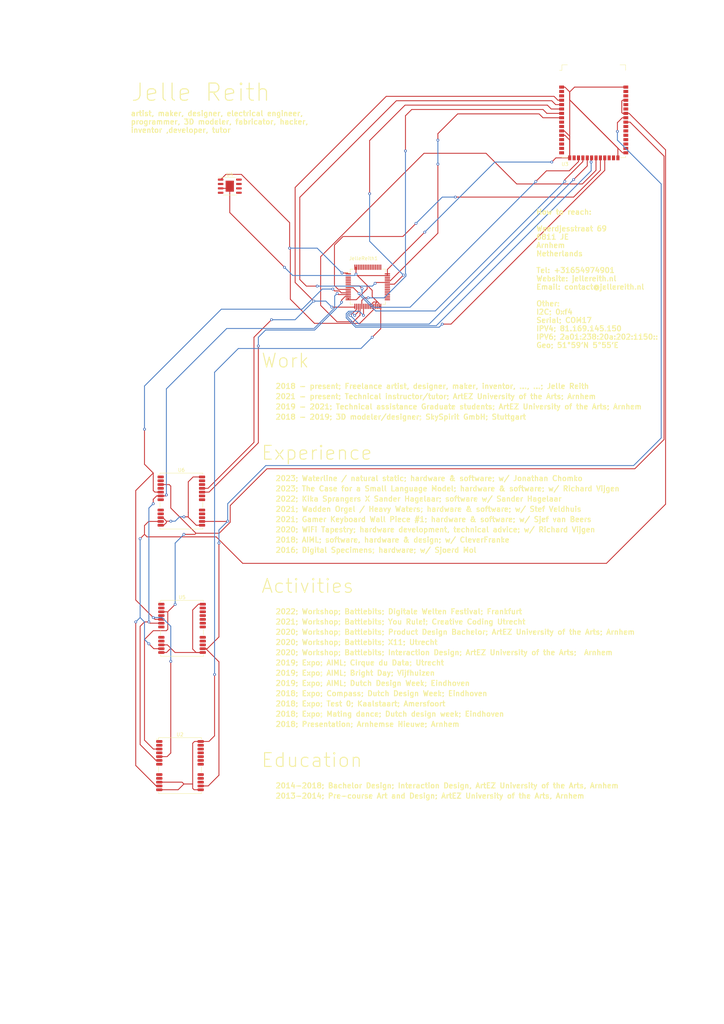
<source format=kicad_pcb>
(kicad_pcb (version 20221018) (generator pcbnew)
  (title_block (title "Curriculum Vitae") (date "2024-04-03") (rev "1") (company "Jelle Reith"))
  (layers (0 "F.Cu" signal) (31 "B.Cu" signal) (34 "B.Paste" user) (35 "F.Paste" user) (36 "B.SilkS" user "B.Silkscreen") (37 "F.SilkS" user "F.Silkscreen") (38 "B.Mask" user) (39 "F.Mask" user) (44 "Edge.Cuts" user))
  (net 0 "")
  (net 71 "VCC")
  (net 72 "Net-(JelleReith1-PC0)")
  (net 73 "Net-(JelleReith1-PC1)")
  (net 74 "Net-(JelleReith1-PC2)")
  (net 75 "Net-(JelleReith1-PA0)")
  (net 76 "Net-(JelleReith1-PA1)")
  (net 77 "Net-(JelleReith1-PA2)")
  (net 78 "GND")
  (net 79 "Net-(JelleReith1-PA3)")
  (net 80 "Net-(JelleReith1-PA4)")
  (net 81 "Net-(JelleReith1-PA5)")
  (net 82 "Net-(JelleReith1-PA6)")
  (net 83 "Net-(JelleReith1-PA7)")
  (net 84 "Net-(JelleReith1-PC4)")
  (net 85 "Net-(JelleReith1-PB0)")
  (net 86 "Net-(JelleReith1-PB1)")
  (net 87 "Net-(JelleReith1-PA8)")
  (net 88 "Net-(JelleReith1-PA9)")
  (net 89 "Net-(JelleReith1-PA10)")
  (net 90 "Net-(JelleReith1-PA12)")
  (net 91 "Net-(JelleReith1-PA13)")
  (net 92 "Net-(JelleReith1-PA14)")
  (net 93 "Net-(JelleReith1-PA15)")
  (net 94 "Net-(U2-TIMEPULSE)")
  (net 95 "Net-(U2-RF_IN)")
  (net 96 "Net-(U2-LNA_EN)")
  (net 97 "EN")
  (net 98 "VIN")
  (net 105 "Net-(U5-GND-Pad10)")
  (net 119 "Net-(U6-GND-Pad10)")
  (footprint "Package_QFP:LQFP-64_10x10mm_P0.5mm" (layer "F.Cu") (at 106.68 83.16)
    (fp_text reference "JelleReith1")
    (fp_text value "STM32G491RETx")
  )
  (footprint "RF_GPS:ublox_NEO" (layer "F.Cu") (at 52.8 182.2)
    (fp_text reference "U5")
    (fp_text value "NEO-M8N")
  )
  (footprint "RF_GPS:ublox_NEO" (layer "F.Cu") (at 52.2 222)
    (fp_text reference "U2")
    (fp_text value "NEO-M8N")
  )
  (footprint "RF_GPS:ublox_NEO" (layer "F.Cu") (at 52.6 145.3)
    (fp_text reference "U6")
    (fp_text value "NEO-M8N")
  )
  (footprint "Package_SO:HTSOP-8-1EP_3.9x4.9mm_P1.27mm_EP2.4x3.2mm" (layer "F.Cu") (at 66.64 53.985)
    (fp_text reference "U4")
    (fp_text value "BD90FC0WEFJ")
  )
  (footprint "RF_WiFi:USR-C322" (layer "F.Cu") (at 172.2 35.64)
    (fp_text reference "U3")
    (fp_text value "USR-C322")
  )
  (gr_text "2018; Expo; Test 0; Kaalstaart; Amersfoort" (at 79.8 204.93) (layer "F.SilkS") (effects (font (size 1.5 1.5) (thickness 0.3) bold) (justify left bottom)))
  (gr_text "2020; WiFi Tapestry; hardware development, technical advice; w/ Richard Vijgen\n" (at 79.8 154.44) (layer "F.SilkS") (effects (font (size 1.5 1.5) (thickness 0.3) bold) (justify left bottom)))
  (gr_text "2020; Workshop; Battlebits; Product Design Bachelor; ArtEZ University of the Arts; Arnhem" (at 79.8 184.14) (layer "F.SilkS") (effects (font (size 1.5 1.5) (thickness 0.3) bold) (justify left bottom)))
  (gr_text "2021; Workshop; Battlebits; You Rule!; Creative Coding Utrecht" (at 79.8 181.17) (layer "F.SilkS") (effects (font (size 1.5 1.5) (thickness 0.3) bold) (justify left bottom)))
  (gr_text "Work\n" (at 75.6 106.92) (layer "F.SilkS") (effects (font (size 4 4) (thickness 0.3)) (justify left bottom)))
  (gr_text "How to reach:\n\nWeerdjesstraat 69\n6811 JE\nArnhem\nNetherlands\n\nTel: +31654974901\nWebsite: jellereith.nl\nEmail: contact@jellereith.nl\n\nOther:\nI2C; 0xf4\nSerial; COM17\nIPV4; 81.169.145.150\nIPV6; 2a01:238:20a:202:1150::\nGeo; 51°59′N 5°55′E\n" (at 155.4 100.98) (layer "F.SilkS") (effects (font (size 1.5 1.5) (thickness 0.3) bold) (justify left bottom)))
  (gr_text "2018; AIML; software, hardware & design; w/ CleverFranke" (at 79.8 157.41) (layer "F.SilkS") (effects (font (size 1.5 1.5) (thickness 0.3) bold) (justify left bottom)))
  (gr_text "2019; Expo; AIML; Cirque du Data; Utrecht" (at 79.8 193.05) (layer "F.SilkS") (effects (font (size 1.5 1.5) (thickness 0.3) bold) (justify left bottom)))
  (gr_text "2020; Workshop; Battlebits; X11; Utrecht" (at 79.8 187.11) (layer "F.SilkS") (effects (font (size 1.5 1.5) (thickness 0.3) bold) (justify left bottom)))
  (gr_text "2021 - present; Technical instructor/tutor; ArtEZ University of the Arts; Arnhem\n" (at 79.8 115.83) (layer "F.SilkS") (effects (font (size 1.5 1.5) (thickness 0.3) bold) (justify left bottom)))
  (gr_text "artist, maker, designer, electrical engineer, \nprogrammer, 3D modeler, fabricator, hacker,\ninventor ,developer, tutor" (at 37.8 38.61) (layer "F.SilkS") (effects (font (size 1.5 1.5) (thickness 0.3) bold) (justify left bottom)))
  (gr_text "2018; Expo; Compass; Dutch Design Week; Eindhoven" (at 79.8 201.96) (layer "F.SilkS") (effects (font (size 1.5 1.5) (thickness 0.3) bold) (justify left bottom)))
  (gr_text "2022; Kika Sprangers X Sander Hagelaar; software w/ Sander Hagelaar" (at 79.8 145.53) (layer "F.SilkS") (effects (font (size 1.5 1.5) (thickness 0.3) bold) (justify left bottom)))
  (gr_text "2022; Workshop; Battlebits; Digitale Welten Festival; Frankfurt" (at 79.8 178.2) (layer "F.SilkS") (effects (font (size 1.5 1.5) (thickness 0.3) bold) (justify left bottom)))
  (gr_text "2013-2014; Pre-course Art and Design; ArtEZ University of the Arts, Arnhem\n" (at 79.8 231.66) (layer "F.SilkS") (effects (font (size 1.5 1.5) (thickness 0.3) bold) (justify left bottom)))
  (gr_text "2014-2018; Bachelor Design; Interaction Design, ArtEZ University of the Arts, Arnhem\n" (at 79.8 228.69) (layer "F.SilkS") (effects (font (size 1.5 1.5) (thickness 0.3) bold) (justify left bottom)))
  (gr_text "Jelle Reith" (at 37.8 29.7) (layer "F.SilkS") (effects (font (size 5 5) (thickness 0.3)) (justify left bottom)))
  (gr_text "2016; Digital Specimens; hardware; w/ Sjoerd Mol" (at 79.8 160.38) (layer "F.SilkS") (effects (font (size 1.5 1.5) (thickness 0.3) bold) (justify left bottom)))
  (gr_text "2018 - present; Freelance artist, designer, maker, inventor, ..., ...; Jelle Reith" (at 79.8 112.86) (layer "F.SilkS") (effects (font (size 1.5 1.5) (thickness 0.3) bold) (justify left bottom)))
  (gr_text "2019 - 2021; Technical assistance Graduate students; ArtEZ University of the Arts; Arnhem\n" (at 79.8 118.8) (layer "F.SilkS") (effects (font (size 1.5 1.5) (thickness 0.3) bold) (justify left bottom)))
  (gr_text "2018; Expo; Mating dance; Dutch design week; Eindhoven\n" (at 79.8 207.9) (layer "F.SilkS") (effects (font (size 1.5 1.5) (thickness 0.3) bold) (justify left bottom)))
  (gr_text "2023; The Case for a Small Language Model; hardware & software; w/ Richard Vijgen" (at 79.8 142.56) (layer "F.SilkS") (effects (font (size 1.5 1.5) (thickness 0.3) bold) (justify left bottom)))
  (gr_text "2021; Wadden Orgel / Heavy Waters; hardware & software; w/ Stef Veldhuis" (at 79.8 148.5) (layer "F.SilkS") (effects (font (size 1.5 1.5) (thickness 0.3) bold) (justify left bottom)))
  (gr_text "2019; Expo; AIML; Dutch Design Week; Eindhoven" (at 79.8 198.99) (layer "F.SilkS") (effects (font (size 1.5 1.5) (thickness 0.3) bold) (justify left bottom)))
  (gr_text "2021; Gamer Keyboard Wall Piece #1; hardware & software; w/ Sjef van Beers" (at 79.8 151.47) (layer "F.SilkS") (effects (font (size 1.5 1.5) (thickness 0.3) bold) (justify left bottom)))
  (gr_text "2023; Waterline / natural static; hardware & software; w/ Jonathan Chomko" (at 79.8 139.59) (layer "F.SilkS") (effects (font (size 1.5 1.5) (thickness 0.3) bold) (justify left bottom)))
  (gr_text "2018; Presentation; Arnhemse Nieuwe; Arnhem" (at 79.8 210.87) (layer "F.SilkS") (effects (font (size 1.5 1.5) (thickness 0.3) bold) (justify left bottom)))
  (gr_text "Experience" (at 75.6 133.65) (layer "F.SilkS") (effects (font (size 4 4) (thickness 0.3)) (justify left bottom)))
  (gr_text "Education" (at 75.6 222.75) (layer "F.SilkS") (effects (font (size 4 4) (thickness 0.3)) (justify left bottom)))
  (gr_text "2020; Workshop; Battlebits; Interaction Design; ArtEZ University of the Arts;  Arnhem" (at 79.8 190.08) (layer "F.SilkS") (effects (font (size 1.5 1.5) (thickness 0.3) bold) (justify left bottom)))
  (gr_text "2018 - 2019; 3D modeler/designer; SkySpirit GmbH; Stuttgart\n" (at 79.8 121.77) (layer "F.SilkS") (effects (font (size 1.5 1.5) (thickness 0.3) bold) (justify left bottom)))
  (gr_text "2019; Expo; AIML; Bright Day; Vijfhuizen" (at 79.8 196.02) (layer "F.SilkS") (effects (font (size 1.5 1.5) (thickness 0.3) bold) (justify left bottom)))
  (gr_text "Activities" (at 75.6 172.26) (layer "F.SilkS") (effects (font (size 4 4) (thickness 0.3)) (justify left bottom)))
  (segment (start 70 50.56) (end 84 64.56) (width 0.25) (layer "F.Cu") (net 71))
  (segment (start 84.2 72.16) (end 84 71.96) (width 0.25) (layer "F.Cu") (net 71))
  (segment (start 104.347764 93.76) (end 91.2 93.76) (width 0.25) (layer "F.Cu") (net 71))
  (segment (start 84.2 86.76) (end 84.2 72.16) (width 0.25) (layer "F.Cu") (net 71))
  (segment (start 99.2 79.16) (end 100.755 79.16) (width 0.25) (layer "F.Cu") (net 71))
  (segment (start 84 64.56) (end 84 71.96) (width 0.25) (layer "F.Cu") (net 71))
  (segment (start 65.51 50.56) (end 70 50.56) (width 0.25) (layer "F.Cu") (net 71))
  (segment (start 100.755 79.16) (end 101.005 79.41) (width 0.25) (layer "F.Cu") (net 71))
  (segment (start 108.43 88.835) (end 108.43 89.677764) (width 0.25) (layer "F.Cu") (net 71))
  (segment (start 91.2 93.76) (end 84.2 86.76) (width 0.25) (layer "F.Cu") (net 71))
  (segment (start 63.99 52.08) (end 65.51 50.56) (width 0.25) (layer "F.Cu") (net 71))
  (segment (start 108.43 89.677764) (end 104.347764 93.76) (width 0.25) (layer "F.Cu") (net 71))
  (via (at 99.2 79.16) (size 0.8) (drill 0.4) (layers "F.Cu" "B.Cu") (net 71))
  (via (at 84 71.96) (size 0.8) (drill 0.4) (layers "F.Cu" "B.Cu") (net 71))
  (segment (start 92 71.96) (end 99.2 79.16) (width 0.25) (layer "B.Cu") (net 71))
  (segment (start 84 71.96) (end 92 71.96) (width 0.25) (layer "B.Cu") (net 71))
  (segment (start 167.78 45.775) (end 167.78 46.85) (width 0.25) (layer "F.Cu") (net 72))
  (segment (start 105 83.6845) (end 104.2255 82.91) (width 0.25) (layer "F.Cu") (net 72))
  (segment (start 158.4855 49.53) (end 155.4 52.6155) (width 0.25) (layer "F.Cu") (net 72))
  (segment (start 104.2255 82.91) (end 101.005 82.91) (width 0.25) (layer "F.Cu") (net 72))
  (segment (start 165.1 49.53) (end 158.4855 49.53) (width 0.25) (layer "F.Cu") (net 72))
  (segment (start 167.78 46.85) (end 165.1 49.53) (width 0.25) (layer "F.Cu") (net 72))
  (via (at 155.4 52.6155) (size 0.8) (drill 0.4) (layers "F.Cu" "B.Cu") (net 72))
  (via (at 105 83.6845) (size 0.8) (drill 0.4) (layers "F.Cu" "B.Cu") (net 72))
  (segment (start 155.4 52.6155) (end 118.9155 89.1) (width 0.25) (layer "B.Cu") (net 72))
  (segment (start 118.9155 89.1) (end 108.514695 89.1) (width 0.25) (layer "B.Cu") (net 72))
  (segment (start 108.514695 89.1) (end 105 85.585305) (width 0.25) (layer "B.Cu") (net 72))
  (segment (start 105 85.585305) (end 105 83.6845) (width 0.25) (layer "B.Cu") (net 72))
  (segment (start 163.8 52.1) (end 163.8 52.6155) (width 0.25) (layer "F.Cu") (net 73))
  (segment (start 169.05 46.85) (end 163.8 52.1) (width 0.25) (layer "F.Cu") (net 73))
  (segment (start 104.14 85.09) (end 102.46 83.41) (width 0.25) (layer "F.Cu") (net 73))
  (segment (start 169.05 45.775) (end 169.05 46.85) (width 0.25) (layer "F.Cu") (net 73))
  (segment (start 102.46 83.41) (end 101.005 83.41) (width 0.25) (layer "F.Cu") (net 73))
  (via (at 163.8 52.6155) (size 0.8) (drill 0.4) (layers "F.Cu" "B.Cu") (net 73))
  (via (at 104.14 85.09) (size 0.8) (drill 0.4) (layers "F.Cu" "B.Cu") (net 73))
  (segment (start 126.2455 90.17) (end 109.22 90.17) (width 0.25) (layer "B.Cu") (net 73))
  (segment (start 104.14 85.361701) (end 104.14 85.09) (width 0.25) (layer "B.Cu") (net 73))
  (segment (start 108.948299 90.17) (end 104.14 85.361701) (width 0.25) (layer "B.Cu") (net 73))
  (segment (start 163.8 52.6155) (end 126.2455 90.17) (width 0.25) (layer "B.Cu") (net 73))
  (segment (start 109.22 90.17) (end 108.948299 90.17) (width 0.25) (layer "B.Cu") (net 73))
  (segment (start 116.84 68.58) (end 99.48 68.58) (width 0.25) (layer "F.Cu") (net 74))
  (segment (start 174.13 49.39) (end 166.37 57.15) (width 0.25) (layer "F.Cu") (net 74))
  (segment (start 174.13 45.775) (end 174.13 49.39) (width 0.25) (layer "F.Cu") (net 74))
  (segment (start 97 71.06) (end 97 82.81) (width 0.25) (layer "F.Cu") (net 74))
  (segment (start 98.1 83.91) (end 101.005 83.91) (width 0.25) (layer "F.Cu") (net 74))
  (segment (start 97 82.81) (end 98.1 83.91) (width 0.25) (layer "F.Cu") (net 74))
  (segment (start 99.48 68.58) (end 97 71.06) (width 0.25) (layer "F.Cu") (net 74))
  (segment (start 166.37 57.15) (end 132.08 57.15) (width 0.25) (layer "F.Cu") (net 74))
  (segment (start 120.65 64.77) (end 116.84 68.58) (width 0.25) (layer "F.Cu") (net 74))
  (via (at 120.65 64.77) (size 0.8) (drill 0.4) (layers "F.Cu" "B.Cu") (net 74))
  (via (at 132.08 57.15) (size 0.8) (drill 0.4) (layers "F.Cu" "B.Cu") (net 74))
  (segment (start 128.27 57.15) (end 120.65 64.77) (width 0.25) (layer "B.Cu") (net 74))
  (segment (start 132.08 57.15) (end 128.27 57.15) (width 0.25) (layer "B.Cu") (net 74))
  (segment (start 46.2 219.4) (end 48.47 219.4) (width 0.25) (layer "F.Cu") (net 75))
  (segment (start 48.47 219.4) (end 49.53 218.34) (width 0.25) (layer "F.Cu") (net 75))
  (segment (start 44.45 179.07) (end 44.98 179.6) (width 0.25) (layer "F.Cu") (net 75))
  (segment (start 41.91 134.62) (end 41.91 124.46) (width 0.25) (layer "F.Cu") (net 75))
  (segment (start 44.98 179.6) (end 46.8 179.6) (width 0.25) (layer "F.Cu") (net 75))
  (segment (start 46.6 142.7) (end 44.91 142.7) (width 0.25) (layer "F.Cu") (net 75))
  (segment (start 44.45 137.16) (end 41.91 134.62) (width 0.25) (layer "F.Cu") (net 75))
  (segment (start 39.37 173.99) (end 44.98 179.6) (width 0.25) (layer "F.Cu") (net 75))
  (segment (start 97.065 84.365) (end 98.465 84.365) (width 0.25) (layer "F.Cu") (net 75))
  (segment (start 44.45 137.16) (end 39.37 142.24) (width 0.25) (layer "F.Cu") (net 75))
  (segment (start 99.01 84.91) (end 101.005 84.91) (width 0.25) (layer "F.Cu") (net 75))
  (segment (start 96.52 83.82) (end 97.065 84.365) (width 0.25) (layer "F.Cu") (net 75))
  (segment (start 44.45 142.24) (end 44.45 137.16) (width 0.25) (layer "F.Cu") (net 75))
  (segment (start 98.465 84.365) (end 99.01 84.91) (width 0.25) (layer "F.Cu") (net 75))
  (segment (start 49.53 218.34) (end 49.53 191.77) (width 0.25) (layer "F.Cu") (net 75))
  (segment (start 39.37 142.24) (end 39.37 173.99) (width 0.25) (layer "F.Cu") (net 75))
  (segment (start 44.91 142.7) (end 44.45 142.24) (width 0.25) (layer "F.Cu") (net 75))
  (via (at 49.53 191.77) (size 0.8) (drill 0.4) (layers "F.Cu" "B.Cu") (net 75))
  (via (at 96.52 83.82) (size 0.8) (drill 0.4) (layers "F.Cu" "B.Cu") (net 75))
  (via (at 44.45 179.07) (size 0.8) (drill 0.4) (layers "F.Cu" "B.Cu") (net 75))
  (via (at 41.91 124.46) (size 0.8) (drill 0.4) (layers "F.Cu" "B.Cu") (net 75))
  (segment (start 93.464695 83.82) (end 96.52 83.82) (width 0.25) (layer "B.Cu") (net 75))
  (segment (start 44.45 179.07) (end 46.99 179.07) (width 0.25) (layer "B.Cu") (net 75))
  (segment (start 87.63 89.654695) (end 93.464695 83.82) (width 0.25) (layer "B.Cu") (net 75))
  (segment (start 41.91 124.46) (end 41.91 111.93) (width 0.25) (layer "B.Cu") (net 75))
  (segment (start 46.99 179.07) (end 49.53 181.61) (width 0.25) (layer "B.Cu") (net 75))
  (segment (start 64.185305 89.654695) (end 87.63 89.654695) (width 0.25) (layer "B.Cu") (net 75))
  (segment (start 41.91 111.93) (end 64.185305 89.654695) (width 0.25) (layer "B.Cu") (net 75))
  (segment (start 49.53 181.61) (end 49.53 191.77) (width 0.25) (layer "B.Cu") (net 75))
  (segment (start 43.54 180.7) (end 46.8 180.7) (width 0.25) (layer "F.Cu") (net 76))
  (segment (start 41.91 180.34) (end 43.18 180.34) (width 0.25) (layer "F.Cu") (net 76))
  (segment (start 98.11 85.41) (end 101.005 85.41) (width 0.25) (layer "F.Cu") (net 76))
  (segment (start 97.79 85.09) (end 98.11 85.41) (width 0.25) (layer "F.Cu") (net 76))
  (segment (start 40.64 215.9) (end 40.64 181.61) (width 0.25) (layer "F.Cu") (net 76))
  (segment (start 44.45 144.78) (end 44.45 146.05) (width 0.25) (layer "F.Cu") (net 76))
  (segment (start 46.6 143.8) (end 47.97 143.8) (width 0.25) (layer "F.Cu") (net 76))
  (segment (start 47.97 143.8) (end 48.26 143.51) (width 0.25) (layer "F.Cu") (net 76))
  (segment (start 46.2 220.5) (end 45.24 220.5) (width 0.25) (layer "F.Cu") (net 76))
  (segment (start 43.18 180.34) (end 43.54 180.7) (width 0.25) (layer "F.Cu") (net 76))
  (segment (start 45.24 220.5) (end 40.64 215.9) (width 0.25) (layer "F.Cu") (net 76))
  (segment (start 46.6 143.8) (end 45.43 143.8) (width 0.25) (layer "F.Cu") (net 76))
  (segment (start 40.64 181.61) (end 41.91 180.34) (width 0.25) (layer "F.Cu") (net 76))
  (segment (start 45.43 143.8) (end 44.45 144.78) (width 0.25) (layer "F.Cu") (net 76))
  (via (at 48.26 143.51) (size 0.8) (drill 0.4) (layers "F.Cu" "B.Cu") (net 76))
  (via (at 43.18 180.34) (size 0.8) (drill 0.4) (layers "F.Cu" "B.Cu") (net 76))
  (via (at 97.79 85.09) (size 0.8) (drill 0.4) (layers "F.Cu" "B.Cu") (net 76))
  (via (at 44.45 146.05) (size 0.8) (drill 0.4) (layers "F.Cu" "B.Cu") (net 76))
  (segment (start 43.18 147.32) (end 44.45 146.05) (width 0.25) (layer "B.Cu") (net 76))
  (segment (start 91.085305 95.25) (end 97.065 89.270305) (width 0.25) (layer "B.Cu") (net 76))
  (segment (start 97.065 85.815) (end 97.79 85.09) (width 0.25) (layer "B.Cu") (net 76))
  (segment (start 65.76 95.25) (end 91.085305 95.25) (width 0.25) (layer "B.Cu") (net 76))
  (segment (start 48.26 143.51) (end 48.26 112.75) (width 0.25) (layer "B.Cu") (net 76))
  (segment (start 48.26 112.75) (end 65.76 95.25) (width 0.25) (layer "B.Cu") (net 76))
  (segment (start 43.18 180.34) (end 43.18 147.32) (width 0.25) (layer "B.Cu") (net 76))
  (segment (start 97.065 89.270305) (end 97.065 85.815) (width 0.25) (layer "B.Cu") (net 76))
  (segment (start 74.93 128.405) (end 60.635 142.7) (width 0.25) (layer "F.Cu") (net 77))
  (segment (start 99.06 87.012236) (end 100.162236 85.91) (width 0.25) (layer "F.Cu") (net 77))
  (segment (start 99.06 87.63) (end 99.06 87.012236) (width 0.25) (layer "F.Cu") (net 77))
  (segment (start 60.635 142.7) (end 58.6 142.7) (width 0.25) (layer "F.Cu") (net 77))
  (segment (start 100.162236 85.91) (end 101.005 85.91) (width 0.25) (layer "F.Cu") (net 77))
  (segment (start 74.93 100.33) (end 74.93 128.405) (width 0.25) (layer "F.Cu") (net 77))
  (via (at 99.06 87.63) (size 0.8) (drill 0.4) (layers "F.Cu" "B.Cu") (net 77))
  (via (at 74.93 100.33) (size 0.8) (drill 0.4) (layers "F.Cu" "B.Cu") (net 77))
  (segment (start 77.02 95.7) (end 74.93 97.79) (width 0.25) (layer "B.Cu") (net 77))
  (segment (start 74.93 97.79) (end 74.93 100.33) (width 0.25) (layer "B.Cu") (net 77))
  (segment (start 99.06 87.63) (end 99.06 87.911701) (width 0.25) (layer "B.Cu") (net 77))
  (segment (start 91.271701 95.7) (end 77.02 95.7) (width 0.25) (layer "B.Cu") (net 77))
  (segment (start 99.06 87.911701) (end 91.271701 95.7) (width 0.25) (layer "B.Cu") (net 77))
  (segment (start 109.5 87.56) (end 107.95 86.01) (width 0.25) (layer "F.Cu") (net 78))
  (segment (start 181.51 25.255) (end 166.64 25.255) (width 0.25) (layer "F.Cu") (net 78))
  (segment (start 102.93 77.485) (end 103.43 77.485) (width 0.25) (layer "F.Cu") (net 78))
  (segment (start 163.84 25.255) (end 165.24 26.655) (width 0.25) (layer "F.Cu") (net 78))
  (segment (start 101.005 86.91) (end 101.005 86.41) (width 0.25) (layer "F.Cu") (net 78))
  (segment (start 108.93 88.835) (end 108.93 87.992236) (width 0.25) (layer "F.Cu") (net 78))
  (segment (start 56.28 229) (end 58.2 229) (width 0.25) (layer "F.Cu") (net 78))
  (segment (start 107.95 97.79) (end 110.425 95.315) (width 0.25) (layer "F.Cu") (net 78))
  (segment (start 179.21 45.775) (end 179.21 42.955) (width 0.25) (layer "F.Cu") (net 78))
  (segment (start 55.88 215.525) (end 55.88 227.33) (width 0.25) (layer "F.Cu") (net 78))
  (segment (start 108.93 87.992236) (end 109.362236 87.56) (width 0.25) (layer "F.Cu") (net 78))
  (segment (start 165.24 45.775) (end 165.24 40.625) (width 0.25) (layer "F.Cu") (net 78))
  (segment (start 166.64 25.255) (end 165.24 26.655) (width 0.25) (layer "F.Cu") (net 78))
  (segment (start 53.34 227.33) (end 55.88 227.33) (width 0.25) (layer "F.Cu") (net 78))
  (segment (start 62.23 213.36) (end 62.23 195.58) (width 0.25) (layer "F.Cu") (net 78))
  (segment (start 107.95 84.2) (end 106.49 82.74) (width 0.25) (layer "F.Cu") (net 78))
  (segment (start 160.02 46.99) (end 161.235 45.775) (width 0.25) (layer "F.Cu") (net 78))
  (segment (start 165.24 26.655) (end 165.24 39.51) (width 0.25) (layer "F.Cu") (net 78))
  (segment (start 108.362236 87.56) (end 109.362236 87.56) (width 0.25) (layer "F.Cu") (net 78))
  (segment (start 46.2 226.8) (end 52.81 226.8) (width 0.25) (layer "F.Cu") (net 78))
  (segment (start 63.99 54.62) (end 66.005 54.62) (width 0.25) (layer "F.Cu") (net 78))
  (segment (start 106.49 83.765305) (end 106.49 82.74) (width 0.25) (layer "F.Cu") (net 78))
  (segment (start 103.25 77.665) (end 103.43 77.485) (width 0.25) (layer "F.Cu") (net 78))
  (segment (start 109.93 87.99) (end 109.93 88.835) (width 0.25) (layer "F.Cu") (net 78))
  (segment (start 106.49 82.74) (end 103.25 79.5) (width 0.25) (layer "F.Cu") (net 78))
  (segment (start 103.345305 86.91) (end 106.49 83.765305) (width 0.25) (layer "F.Cu") (net 78))
  (segment (start 110.425 88.835) (end 109.93 88.835) (width 0.25) (layer "F.Cu") (net 78))
  (segment (start 66.64 61.64) (end 82.5 77.5) (width 0.25) (layer "F.Cu") (net 78))
  (segment (start 109.362236 87.56) (end 109.5 87.56) (width 0.25) (layer "F.Cu") (net 78))
  (segment (start 66.64 53.985) (end 66.64 61.64) (width 0.25) (layer "F.Cu") (net 78))
  (segment (start 66.005 54.62) (end 66.64 53.985) (width 0.25) (layer "F.Cu") (net 78))
  (segment (start 52.81 226.8) (end 53.34 227.33) (width 0.25) (layer "F.Cu") (net 78))
  (segment (start 107.93 88.835) (end 107.93 87.992236) (width 0.25) (layer "F.Cu") (net 78))
  (segment (start 165.24 45.775) (end 165.24 39.51) (width 0.25) (layer "F.Cu") (net 78))
  (segment (start 103.25 79.5) (end 103.66 79.91) (width 0.25) (layer "F.Cu") (net 78))
  (segment (start 163.84 39.225) (end 162.89 39.225) (width 0.25) (layer "F.Cu") (net 78))
  (segment (start 165.24 39.51) (end 163.685 37.955) (width 0.25) (layer "F.Cu") (net 78))
  (segment (start 165.24 40.625) (end 163.84 39.225) (width 0.25) (layer "F.Cu") (net 78))
  (segment (start 46.2 229) (end 51.67 229) (width 0.25) (layer "F.Cu") (net 78))
  (segment (start 58.2 215) (end 60.59 215) (width 0.25) (layer "F.Cu") (net 78))
  (segment (start 162.89 25.255) (end 163.84 25.255) (width 0.25) (layer "F.Cu") (net 78))
  (segment (start 112.355 79.41) (end 112.355 79.91) (width 0.25) (layer "F.Cu") (net 78))
  (segment (start 55.88 228.6) (end 56.28 229) (width 0.25) (layer "F.Cu") (net 78))
  (segment (start 58.2 215) (end 56.405 215) (width 0.25) (layer "F.Cu") (net 78))
  (segment (start 179.21 42.955) (end 165.24 28.985) (width 0.25) (layer "F.Cu") (net 78))
  (segment (start 112.355 78.145) (end 112.355 79.91) (width 0.25) (layer "F.Cu") (net 78))
  (segment (start 101.005 86.91) (end 103.345305 86.91) (width 0.25) (layer "F.Cu") (net 78))
  (segment (start 109.5 87.56) (end 109.93 87.99) (width 0.25) (layer "F.Cu") (net 78))
  (segment (start 51.67 229) (end 53.34 227.33) (width 0.25) (layer "F.Cu") (net 78))
  (segment (start 56.405 215) (end 55.88 215.525) (width 0.25) (layer "F.Cu") (net 78))
  (segment (start 55.88 227.33) (end 55.88 228.6) (width 0.25) (layer "F.Cu") (net 78))
  (segment (start 181.51 44.305) (end 180.56 44.305) (width 0.25) (layer "F.Cu") (net 78))
  (segment (start 123.19 67.31) (end 112.355 78.145) (width 0.25) (layer "F.Cu") (net 78))
  (segment (start 103.25 79.5) (end 103.25 77.665) (width 0.25) (layer "F.Cu") (net 78))
  (segment (start 107.93 87.992236) (end 108.362236 87.56) (width 0.25) (layer "F.Cu") (net 78))
  (segment (start 103.66 79.91) (end 112.355 79.91) (width 0.25) (layer "F.Cu") (net 78))
  (segment (start 110.425 95.315) (end 110.425 88.835) (width 0.25) (layer "F.Cu") (net 78))
  (segment (start 60.59 215) (end 62.23 213.36) (width 0.25) (layer "F.Cu") (net 78))
  (segment (start 163.685 37.955) (end 162.89 37.955) (width 0.25) (layer "F.Cu") (net 78))
  (segment (start 107.95 86.01) (end 107.95 84.2) (width 0.25) (layer "F.Cu") (net 78))
  (segment (start 161.235 45.775) (end 165.24 45.775) (width 0.25) (layer "F.Cu") (net 78))
  (segment (start 180.56 44.305) (end 165.24 28.985) (width 0.25) (layer "F.Cu") (net 78))
  (segment (start 110.43 88.835) (end 110.425 88.835) (width 0.25) (layer "F.Cu") (net 78))
  (segment (start 165.24 28.985) (end 165.24 26.655) (width 0.25) (layer "F.Cu") (net 78))
  (via (at 123.19 67.31) (size 0.8) (drill 0.4) (layers "F.Cu" "B.Cu") (net 78))
  (via (at 160.02 46.99) (size 0.8) (drill 0.4) (layers "F.Cu" "B.Cu") (net 78))
  (via (at 82.5 77.5) (size 0.8) (drill 0.4) (layers "F.Cu" "B.Cu") (net 78))
  (via (at 107.95 97.79) (size 0.8) (drill 0.4) (layers "F.Cu" "B.Cu") (net 78))
  (via (at 103.25 79.5) (size 0.8) (drill 0.4) (layers "F.Cu" "B.Cu") (net 78))
  (via (at 62.23 195.58) (size 0.8) (drill 0.4) (layers "F.Cu" "B.Cu") (net 78))
  (segment (start 69.125 101.055) (end 104.685 101.055) (width 0.25) (layer "B.Cu") (net 78))
  (segment (start 62.23 195.58) (end 62.23 107.95) (width 0.25) (layer "B.Cu") (net 78))
  (segment (start 104.685 101.055) (end 107.95 97.79) (width 0.25) (layer "B.Cu") (net 78))
  (segment (start 123.19 67.31) (end 143.51 46.99) (width 0.25) (layer "B.Cu") (net 78))
  (segment (start 143.51 46.99) (end 160.02 46.99) (width 0.25) (layer "B.Cu") (net 78))
  (segment (start 84.885 79.885) (end 102.865 79.885) (width 0.25) (layer "B.Cu") (net 78))
  (segment (start 102.865 79.885) (end 103.25 79.5) (width 0.25) (layer "B.Cu") (net 78))
  (segment (start 82.5 77.5) (end 84.885 79.885) (width 0.25) (layer "B.Cu") (net 78))
  (segment (start 62.23 107.95) (end 69.125 101.055) (width 0.25) (layer "B.Cu") (net 78))
  (segment (start 112.02 27.94) (end 160.69 27.94) (width 0.25) (layer "F.Cu") (net 79))
  (segment (start 60.33 141.6) (end 58.6 141.6) (width 0.25) (layer "F.Cu") (net 79))
  (segment (start 78.74 92.71) (end 73.66 97.79) (width 0.25) (layer "F.Cu") (net 79))
  (segment (start 73.66 128.27) (end 60.33 141.6) (width 0.25) (layer "F.Cu") (net 79))
  (segment (start 85.6 54.36) (end 112.02 27.94) (width 0.25) (layer "F.Cu") (net 79))
  (segment (start 102.705 89.06) (end 102.93 88.835) (width 0.25) (layer "F.Cu") (net 79))
  (segment (start 96.25 89.06) (end 102.705 89.06) (width 0.25) (layer "F.Cu") (net 79))
  (segment (start 91 87.31) (end 85.6 81.91) (width 0.25) (layer "F.Cu") (net 79))
  (segment (start 160.69 27.94) (end 161.815 29.065) (width 0.25) (layer "F.Cu") (net 79))
  (segment (start 85.6 81.91) (end 85.6 54.36) (width 0.25) (layer "F.Cu") (net 79))
  (segment (start 161.815 29.065) (end 162.89 29.065) (width 0.25) (layer "F.Cu") (net 79))
  (segment (start 73.66 97.79) (end 73.66 128.27) (width 0.25) (layer "F.Cu") (net 79))
  (via (at 96.25 89.06) (size 0.8) (drill 0.4) (layers "F.Cu" "B.Cu") (net 79))
  (via (at 78.74 92.71) (size 0.8) (drill 0.4) (layers "F.Cu" "B.Cu") (net 79))
  (via (at 91 87.31) (size 0.8) (drill 0.4) (layers "F.Cu" "B.Cu") (net 79))
  (segment (start 78.74 92.71) (end 85.6 92.71) (width 0.25) (layer "B.Cu") (net 79))
  (segment (start 91 87.31) (end 94.5 87.31) (width 0.25) (layer "B.Cu") (net 79))
  (segment (start 94.5 87.31) (end 96.25 89.06) (width 0.25) (layer "B.Cu") (net 79))
  (segment (start 85.6 92.71) (end 91 87.31) (width 0.25) (layer "B.Cu") (net 79))
  (segment (start 101.667764 91.44) (end 103.43 89.677764) (width 0.25) (layer "F.Cu") (net 80))
  (segment (start 170.32 45.775) (end 170.32 48.12) (width 0.25) (layer "F.Cu") (net 80))
  (segment (start 103.43 89.677764) (end 103.43 88.835) (width 0.25) (layer "F.Cu") (net 80))
  (segment (start 101.6 91.44) (end 101.667764 91.44) (width 0.25) (layer "F.Cu") (net 80))
  (segment (start 170.32 48.12) (end 166.37 52.07) (width 0.25) (layer "F.Cu") (net 80))
  (via (at 101.6 91.44) (size 0.8) (drill 0.4) (layers "F.Cu" "B.Cu") (net 80))
  (via (at 166.37 52.07) (size 0.8) (drill 0.4) (layers "F.Cu" "B.Cu") (net 80))
  (segment (start 124.46 93.98) (end 104.14 93.98) (width 0.25) (layer "B.Cu") (net 80))
  (segment (start 104.14 93.98) (end 101.6 91.44) (width 0.25) (layer "B.Cu") (net 80))
  (segment (start 166.37 52.07) (end 124.46 93.98) (width 0.25) (layer "B.Cu") (net 80))
  (segment (start 171.45 46.99) (end 171.45 45.915) (width 0.25) (layer "F.Cu") (net 81))
  (segment (start 103.93 88.835) (end 103.93 90.38) (width 0.25) (layer "F.Cu") (net 81))
  (segment (start 103.93 90.38) (end 102.87 91.44) (width 0.25) (layer "F.Cu") (net 81))
  (segment (start 171.45 45.915) (end 171.59 45.775) (width 0.25) (layer "F.Cu") (net 81))
  (via (at 102.87 91.44) (size 0.8) (drill 0.4) (layers "F.Cu" "B.Cu") (net 81))
  (via (at 171.45 46.99) (size 0.8) (drill 0.4) (layers "F.Cu" "B.Cu") (net 81))
  (segment (start 100.875 91.985) (end 100.875 91.139695) (width 0.25) (layer "B.Cu") (net 81))
  (segment (start 171.45 46.99) (end 171.45 49.53) (width 0.25) (layer "B.Cu") (net 81))
  (segment (start 103.32 94.43) (end 100.875 91.985) (width 0.25) (layer "B.Cu") (net 81))
  (segment (start 171.45 49.53) (end 126.55 94.43) (width 0.25) (layer "B.Cu") (net 81))
  (segment (start 100.875 91.139695) (end 101.299695 90.715) (width 0.25) (layer "B.Cu") (net 81))
  (segment (start 101.299695 90.715) (end 102.145 90.715) (width 0.25) (layer "B.Cu") (net 81))
  (segment (start 126.55 94.43) (end 103.32 94.43) (width 0.25) (layer "B.Cu") (net 81))
  (segment (start 102.145 90.715) (end 102.87 91.44) (width 0.25) (layer "B.Cu") (net 81))
  (segment (start 93 88.56) (end 97.75 93.31) (width 0.25) (layer "F.Cu") (net 82))
  (segment (start 122.973604 44.45) (end 93 74.423604) (width 0.25) (layer "F.Cu") (net 82))
  (segment (start 140.97 44.45) (end 122.973604 44.45) (width 0.25) (layer "F.Cu") (net 82))
  (segment (start 168.91 53.34) (end 149.86 53.34) (width 0.25) (layer "F.Cu") (net 82))
  (segment (start 93 74.423604) (end 93 88.56) (width 0.25) (layer "F.Cu") (net 82))
  (segment (start 104.43 91.38) (end 104.43 88.835) (width 0.25) (layer "F.Cu") (net 82))
  (segment (start 172.86 49.39) (end 168.91 53.34) (width 0.25) (layer "F.Cu") (net 82))
  (segment (start 149.86 53.34) (end 140.97 44.45) (width 0.25) (layer "F.Cu") (net 82))
  (segment (start 97.75 93.31) (end 102.5 93.31) (width 0.25) (layer "F.Cu") (net 82))
  (segment (start 102.5 93.31) (end 104.43 91.38) (width 0.25) (layer "F.Cu") (net 82))
  (segment (start 172.86 45.775) (end 172.86 49.39) (width 0.25) (layer "F.Cu") (net 82))
  (segment (start 105.7 86.36) (end 104.93 87.13) (width 0.25) (layer "F.Cu") (net 83))
  (segment (start 119.41 31.75) (end 157.48 31.75) (width 0.25) (layer "F.Cu") (net 83))
  (segment (start 106.8 86.36) (end 105.7 86.36) (width 0.25) (layer "F.Cu") (net 83))
  (segment (start 117.6 33.56) (end 119.41 31.75) (width 0.25) (layer "F.Cu") (net 83))
  (segment (start 104.93 87.13) (end 104.93 88.835) (width 0.25) (layer "F.Cu") (net 83))
  (segment (start 157.48 31.75) (end 158.605 32.875) (width 0.25) (layer "F.Cu") (net 83))
  (segment (start 117.6 43.76) (end 117.6 33.56) (width 0.25) (layer "F.Cu") (net 83))
  (segment (start 158.605 32.875) (end 162.89 32.875) (width 0.25) (layer "F.Cu") (net 83))
  (via (at 117.6 43.76) (size 0.8) (drill 0.4) (layers "F.Cu" "B.Cu") (net 83))
  (via (at 106.8 86.36) (size 0.8) (drill 0.4) (layers "F.Cu" "B.Cu") (net 83))
  (segment (start 111.425305 86.36) (end 106.8 86.36) (width 0.25) (layer "B.Cu") (net 83))
  (segment (start 117.725 80.060305) (end 111.425305 86.36) (width 0.25) (layer "B.Cu") (net 83))
  (segment (start 117.725 79.459695) (end 117.725 80.060305) (width 0.25) (layer "B.Cu") (net 83))
  (segment (start 117.6 43.76) (end 117.6 79.334695) (width 0.25) (layer "B.Cu") (net 83))
  (segment (start 117.6 79.334695) (end 117.725 79.459695) (width 0.25) (layer "B.Cu") (net 83))
  (segment (start 175.4 49.39) (end 130.81 93.98) (width 0.25) (layer "F.Cu") (net 84))
  (segment (start 130.81 93.98) (end 128.27 93.98) (width 0.25) (layer "F.Cu") (net 84))
  (segment (start 175.4 45.775) (end 175.4 49.39) (width 0.25) (layer "F.Cu") (net 84))
  (segment (start 105.41 91.44) (end 105.43 91.42) (width 0.25) (layer "F.Cu") (net 84))
  (segment (start 105.43 91.42) (end 105.43 88.835) (width 0.25) (layer "F.Cu") (net 84))
  (via (at 105.41 91.44) (size 0.8) (drill 0.4) (layers "F.Cu" "B.Cu") (net 84))
  (via (at 128.27 93.98) (size 0.8) (drill 0.4) (layers "F.Cu" "B.Cu") (net 84))
  (segment (start 100.425 90.953299) (end 101.113299 90.265) (width 0.25) (layer "B.Cu") (net 84))
  (segment (start 127.37 94.88) (end 103.133604 94.88) (width 0.25) (layer "B.Cu") (net 84))
  (segment (start 100.425 92.171396) (end 100.425 90.953299) (width 0.25) (layer "B.Cu") (net 84))
  (segment (start 104.235 90.265) (end 105.41 91.44) (width 0.25) (layer "B.Cu") (net 84))
  (segment (start 101.113299 90.265) (end 104.235 90.265) (width 0.25) (layer "B.Cu") (net 84))
  (segment (start 103.133604 94.88) (end 100.425 92.171396) (width 0.25) (layer "B.Cu") (net 84))
  (segment (start 128.27 93.98) (end 127.37 94.88) (width 0.25) (layer "B.Cu") (net 84))
  (segment (start 117.48 30.48) (end 158.75 30.48) (width 0.25) (layer "F.Cu") (net 87))
  (segment (start 107.2 56.16) (end 107.2 40.76) (width 0.25) (layer "F.Cu") (net 87))
  (segment (start 159.875 31.605) (end 162.89 31.605) (width 0.25) (layer "F.Cu") (net 87))
  (segment (start 107.2 40.76) (end 117.48 30.48) (width 0.25) (layer "F.Cu") (net 87))
  (segment (start 114.35 82.41) (end 112.355 82.41) (width 0.25) (layer "F.Cu") (net 87))
  (segment (start 158.75 30.48) (end 159.875 31.605) (width 0.25) (layer "F.Cu") (net 87))
  (segment (start 117 79.76) (end 114.35 82.41) (width 0.25) (layer "F.Cu") (net 87))
  (via (at 117 79.76) (size 0.8) (drill 0.4) (layers "F.Cu" "B.Cu") (net 87))
  (via (at 107.2 56.16) (size 0.8) (drill 0.4) (layers "F.Cu" "B.Cu") (net 87))
  (segment (start 107.2 56.16) (end 107.2 69.96) (width 0.25) (layer "B.Cu") (net 87))
  (segment (start 107.2 69.96) (end 117 79.76) (width 0.25) (layer "B.Cu") (net 87))
  (segment (start 86.95 81.06) (end 86.95 57.21) (width 0.25) (layer "F.Cu") (net 88))
  (segment (start 108.8 82.16) (end 109.05 81.91) (width 0.25) (layer "F.Cu") (net 88))
  (segment (start 114.95 29.21) (end 160.02 29.21) (width 0.25) (layer "F.Cu") (net 88))
  (segment (start 161.145 30.335) (end 162.89 30.335) (width 0.25) (layer "F.Cu") (net 88))
  (segment (start 86.95 57.21) (end 114.95 29.21) (width 0.25) (layer "F.Cu") (net 88))
  (segment (start 92 82.96) (end 88.85 82.96) (width 0.25) (layer "F.Cu") (net 88))
  (segment (start 109.05 81.91) (end 112.355 81.91) (width 0.25) (layer "F.Cu") (net 88))
  (segment (start 160.02 29.21) (end 161.145 30.335) (width 0.25) (layer "F.Cu") (net 88))
  (segment (start 88.85 82.96) (end 86.95 81.06) (width 0.25) (layer "F.Cu") (net 88))
  (via (at 92 82.96) (size 0.8) (drill 0.4) (layers "F.Cu" "B.Cu") (net 88))
  (via (at 108.8 82.16) (size 0.8) (drill 0.4) (layers "F.Cu" "B.Cu") (net 88))
  (segment (start 92 82.96) (end 108 82.96) (width 0.25) (layer "B.Cu") (net 88))
  (segment (start 108 82.96) (end 108.8 82.16) (width 0.25) (layer "B.Cu") (net 88))
  (segment (start 127 40.64) (end 127 38.76) (width 0.25) (layer "F.Cu") (net 89))
  (segment (start 132.74 33.02) (end 156.355 33.02) (width 0.25) (layer "F.Cu") (net 89))
  (segment (start 157.48 34.145) (end 162.89 34.145) (width 0.25) (layer "F.Cu") (net 89))
  (segment (start 127 67.607764) (end 113.197764 81.41) (width 0.25) (layer "F.Cu") (net 89))
  (segment (start 113.197764 81.41) (end 112.355 81.41) (width 0.25) (layer "F.Cu") (net 89))
  (segment (start 127 47.6) (end 127 67.607764) (width 0.25) (layer "F.Cu") (net 89))
  (segment (start 127 38.76) (end 132.74 33.02) (width 0.25) (layer "F.Cu") (net 89))
  (segment (start 156.355 33.02) (end 157.48 34.145) (width 0.25) (layer "F.Cu") (net 89))
  (via (at 127 40.64) (size 0.8) (drill 0.4) (layers "F.Cu" "B.Cu") (net 89))
  (via (at 127 47.6) (size 0.8) (drill 0.4) (layers "F.Cu" "B.Cu") (net 89))
  (segment (start 127 40.64) (end 127 47.6) (width 0.25) (layer "B.Cu") (net 89))
  (segment (start 182.735 35.415) (end 192.59 45.27) (width 0.25) (layer "F.Cu") (net 94))
  (segment (start 66.765 146.595) (end 66.765 151.430305) (width 0.25) (layer "F.Cu") (net 94))
  (segment (start 192.59 127.45) (end 184.108317 135.931683) (width 0.25) (layer "F.Cu") (net 94))
  (segment (start 48.26 182.88) (end 48.66 182.48) (width 0.25) (layer "F.Cu") (net 94))
  (segment (start 181.51 35.415) (end 182.735 35.415) (width 0.25) (layer "F.Cu") (net 94))
  (segment (start 56.513604 154.94) (end 53.34 154.94) (width 0.25) (layer "F.Cu") (net 94))
  (segment (start 49.53 147.32) (end 49.53 140.97) (width 0.25) (layer "F.Cu") (net 94))
  (segment (start 56.831802 154.621802) (end 49.53 147.32) (width 0.25) (layer "F.Cu") (net 94))
  (segment (start 77.428317 135.931683) (end 66.765 146.595) (width 0.25) (layer "F.Cu") (net 94))
  (segment (start 44.45 182.88) (end 48.26 182.88) (width 0.25) (layer "F.Cu") (net 94))
  (segment (start 63.573503 154.621802) (end 56.831802 154.621802) (width 0.25) (layer "F.Cu") (net 94))
  (segment (start 184.108317 135.931683) (end 77.428317 135.931683) (width 0.25) (layer "F.Cu") (net 94))
  (segment (start 192.59 45.27) (end 192.59 127.45) (width 0.25) (layer "F.Cu") (net 94))
  (segment (start 48.66 177.4) (end 46.8 177.4) (width 0.25) (layer "F.Cu") (net 94))
  (segment (start 44.48 217.2) (end 41.91 214.63) (width 0.25) (layer "F.Cu") (net 94))
  (segment (start 56.831802 154.621802) (end 56.513604 154.94) (width 0.25) (layer "F.Cu") (net 94))
  (segment (start 48.66 182.48) (end 48.66 177.4) (width 0.25) (layer "F.Cu") (net 94))
  (segment (start 66.765 151.430305) (end 63.573503 154.621802) (width 0.25) (layer "F.Cu") (net 94))
  (segment (start 41.91 214.63) (end 41.91 185.42) (width 0.25) (layer "F.Cu") (net 94))
  (segment (start 46.2 217.2) (end 44.48 217.2) (width 0.25) (layer "F.Cu") (net 94))
  (segment (start 50.8 175.26) (end 48.66 177.4) (width 0.25) (layer "F.Cu") (net 94))
  (segment (start 49.06 140.5) (end 46.6 140.5) (width 0.25) (layer "F.Cu") (net 94))
  (segment (start 41.91 185.42) (end 44.45 182.88) (width 0.25) (layer "F.Cu") (net 94))
  (segment (start 49.53 140.97) (end 49.06 140.5) (width 0.25) (layer "F.Cu") (net 94))
  (via (at 50.8 175.26) (size 0.8) (drill 0.4) (layers "F.Cu" "B.Cu") (net 94))
  (via (at 53.34 154.94) (size 0.8) (drill 0.4) (layers "F.Cu" "B.Cu") (net 94))
  (segment (start 50.8 157.48) (end 50.8 175.26) (width 0.25) (layer "B.Cu") (net 94))
  (segment (start 53.34 154.94) (end 50.8 157.48) (width 0.25) (layer "B.Cu") (net 94))
  (segment (start 39.37 221.97) (end 39.37 180.34) (width 0.25) (layer "F.Cu") (net 95))
  (segment (start 181.51 32.875) (end 180.56 32.875) (width 0.25) (layer "F.Cu") (net 95))
  (segment (start 41.91 152.4) (end 43.11 151.2) (width 0.25) (layer "F.Cu") (net 95))
  (segment (start 43.18 186.69) (end 44.59 188.1) (width 0.25) (layer "F.Cu") (net 95))
  (segment (start 40.64 156.21) (end 41.91 154.94) (width 0.25) (layer "F.Cu") (net 95))
  (segment (start 70.395305 163.35) (end 62.710305 155.665) (width 0.25) (layer "F.Cu") (net 95))
  (segment (start 180.56 32.875) (end 180.34 32.655) (width 0.25) (layer "F.Cu") (net 95))
  (segment (start 181.51 32.875) (end 182.46 32.875) (width 0.25) (layer "F.Cu") (net 95))
  (segment (start 180.34 32.655) (end 180.34 29.285) (width 0.25) (layer "F.Cu") (net 95))
  (segment (start 44.59 188.1) (end 46.8 188.1) (width 0.25) (layer "F.Cu") (net 95))
  (segment (start 62.710305 155.665) (end 42.635 155.665) (width 0.25) (layer "F.Cu") (net 95))
  (segment (start 41.91 154.94) (end 41.91 152.4) (width 0.25) (layer "F.Cu") (net 95))
  (segment (start 180.34 29.285) (end 180.56 29.065) (width 0.25) (layer "F.Cu") (net 95))
  (segment (start 180.56 29.065) (end 181.51 29.065) (width 0.25) (layer "F.Cu") (net 95))
  (segment (start 182.46 32.875) (end 193.04 43.455) (width 0.25) (layer "F.Cu") (net 95))
  (segment (start 42.635 155.665) (end 41.91 154.94) (width 0.25) (layer "F.Cu") (net 95))
  (segment (start 175.89 163.35) (end 70.395305 163.35) (width 0.25) (layer "F.Cu") (net 95))
  (segment (start 46.2 227.9) (end 45.3 227.9) (width 0.25) (layer "F.Cu") (net 95))
  (segment (start 43.11 151.2) (end 46.6 151.2) (width 0.25) (layer "F.Cu") (net 95))
  (segment (start 45.3 227.9) (end 39.37 221.97) (width 0.25) (layer "F.Cu") (net 95))
  (segment (start 193.04 43.455) (end 193.04 146.2) (width 0.25) (layer "F.Cu") (net 95))
  (segment (start 193.04 146.2) (end 175.89 163.35) (width 0.25) (layer "F.Cu") (net 95))
  (via (at 39.37 180.34) (size 0.8) (drill 0.4) (layers "F.Cu" "B.Cu") (net 95))
  (via (at 43.18 186.69) (size 0.8) (drill 0.4) (layers "F.Cu" "B.Cu") (net 95))
  (via (at 40.64 156.21) (size 0.8) (drill 0.4) (layers "F.Cu" "B.Cu") (net 95))
  (segment (start 40.64 179.07) (end 40.64 156.21) (width 0.25) (layer "B.Cu") (net 95))
  (segment (start 41.91 185.42) (end 41.91 180.34) (width 0.25) (layer "B.Cu") (net 95))
  (segment (start 39.37 180.34) (end 40.64 179.07) (width 0.25) (layer "B.Cu") (net 95))
  (segment (start 43.18 186.69) (end 41.91 185.42) (width 0.25) (layer "B.Cu") (net 95))
  (segment (start 41.91 180.34) (end 40.64 179.07) (width 0.25) (layer "B.Cu") (net 95))
  (segment (start 66.04 151.13) (end 65.97 151.2) (width 0.25) (layer "F.Cu") (net 96))
  (segment (start 60.098004 188.1) (end 63.5 184.698004) (width 0.25) (layer "F.Cu") (net 96))
  (segment (start 180.485 34.145) (end 181.51 34.145) (width 0.25) (layer "F.Cu") (net 96))
  (segment (start 58.8 188.1) (end 60.098004 188.1) (width 0.25) (layer "F.Cu") (net 96))
  (segment (start 60.39 227.9) (end 58.2 227.9) (width 0.25) (layer "F.Cu") (net 96))
  (segment (start 63.5 224.79) (end 60.39 227.9) (width 0.25) (layer "F.Cu") (net 96))
  (segment (start 63.5 184.698004) (end 63.5 157.48) (width 0.25) (layer "F.Cu") (net 96))
  (segment (start 179.07 35.56) (end 180.485 34.145) (width 0.25) (layer "F.Cu") (net 96))
  (segment (start 59.7 188.1) (end 63.5 191.9) (width 0.25) (layer "F.Cu") (net 96))
  (segment (start 63.5 191.9) (end 63.5 224.79) (width 0.25) (layer "F.Cu") (net 96))
  (segment (start 179.07 38.1) (end 179.07 35.56) (width 0.25) (layer "F.Cu") (net 96))
  (segment (start 58.8 188.1) (end 59.7 188.1) (width 0.25) (layer "F.Cu") (net 96))
  (segment (start 65.97 151.2) (end 58.6 151.2) (width 0.25) (layer "F.Cu") (net 96))
  (via (at 63.5 157.48) (size 0.8) (drill 0.4) (layers "F.Cu" "B.Cu") (net 96))
  (via (at 66.04 151.13) (size 0.8) (drill 0.4) (layers "F.Cu" "B.Cu") (net 96))
  (via (at 179.07 38.1) (size 0.8) (drill 0.4) (layers "F.Cu" "B.Cu") (net 96))
  (segment (start 66.04 146.05) (end 66.04 151.13) (width 0.25) (layer "B.Cu") (net 96))
  (segment (start 63.5 153.67) (end 66.04 151.13) (width 0.25) (layer "B.Cu") (net 96))
  (segment (start 179.07 40.64) (end 191.77 53.34) (width 0.25) (layer "B.Cu") (net 96))
  (segment (start 191.77 127) (end 183.77093 134.99907) (width 0.25) (layer "B.Cu") (net 96))
  (segment (start 77.09093 134.99907) (end 66.04 146.05) (width 0.25) (layer "B.Cu") (net 96))
  (segment (start 183.77093 134.99907) (end 77.09093 134.99907) (width 0.25) (layer "B.Cu") (net 96))
  (segment (start 179.07 38.1) (end 179.07 40.64) (width 0.25) (layer "B.Cu") (net 96))
  (segment (start 191.77 53.34) (end 191.77 127) (width 0.25) (layer "B.Cu") (net 96))
  (segment (start 63.5 157.48) (end 63.5 153.67) (width 0.25) (layer "B.Cu") (net 96))
  (segment (start 50.77 189.2) (end 58.8 189.2) (width 0.25) (layer "F.Cu") (net 105))
  (segment (start 55.88 176.875) (end 55.88 188.205) (width 0.25) (layer "F.Cu") (net 105))
  (segment (start 48.29 189.2) (end 49.53 187.96) (width 0.25) (layer "F.Cu") (net 105))
  (segment (start 56.875 189.2) (end 58.8 189.2) (width 0.25) (layer "F.Cu") (net 105))
  (segment (start 48.57 187) (end 46.8 187) (width 0.25) (layer "F.Cu") (net 105))
  (segment (start 57.555 175.2) (end 55.88 176.875) (width 0.25) (layer "F.Cu") (net 105))
  (segment (start 49.53 187.96) (end 48.57 187) (width 0.25) (layer "F.Cu") (net 105))
  (segment (start 46.8 189.2) (end 48.29 189.2) (width 0.25) (layer "F.Cu") (net 105))
  (segment (start 55.88 188.205) (end 56.875 189.2) (width 0.25) (layer "F.Cu") (net 105))
  (segment (start 58.8 175.2) (end 57.555 175.2) (width 0.25) (layer "F.Cu") (net 105))
  (segment (start 49.53 187.96) (end 50.77 189.2) (width 0.25) (layer "F.Cu") (net 105))
  (segment (start 58.6 138.3) (end 56.01 138.3) (width 0.25) (layer "F.Cu") (net 119))
  (segment (start 46.6 150.1) (end 47.23 150.1) (width 0.25) (layer "F.Cu") (net 119))
  (segment (start 48.26 151.13) (end 49.53 151.13) (width 0.25) (layer "F.Cu") (net 119))
  (segment (start 46.6 152.3) (end 47.5 152.3) (width 0.25) (layer "F.Cu") (net 119))
  (segment (start 56.915998 152.3) (end 58.6 152.3) (width 0.25) (layer "F.Cu") (net 119))
  (segment (start 56.01 138.3) (end 54.61 139.7) (width 0.25) (layer "F.Cu") (net 119))
  (segment (start 54.61 139.7) (end 54.61 148.59) (width 0.25) (layer "F.Cu") (net 119))
  (segment (start 53.34 149.86) (end 54.61 149.86) (width 0.25) (layer "F.Cu") (net 119))
  (segment (start 54.61 149.994002) (end 56.915998 152.3) (width 0.25) (layer "F.Cu") (net 119))
  (segment (start 47.23 150.1) (end 48.26 151.13) (width 0.25) (layer "F.Cu") (net 119))
  (segment (start 54.61 148.59) (end 54.61 149.994002) (width 0.25) (layer "F.Cu") (net 119))
  (segment (start 47.5 152.3) (end 48.26 151.54) (width 0.25) (layer "F.Cu") (net 119))
  (segment (start 48.26 151.13) (end 48.26 151.54) (width 0.25) (layer "F.Cu") (net 119))
  (via (at 49.53 151.13) (size 0.8) (drill 0.4) (layers "F.Cu" "B.Cu") (net 119))
  (via (at 53.34 149.86) (size 0.8) (drill 0.4) (layers "F.Cu" "B.Cu") (net 119))
  (segment (start 52.07 149.86) (end 50.8 151.13) (width 0.25) (layer "B.Cu") (net 119))
  (segment (start 50.8 151.13) (end 49.53 151.13) (width 0.25) (layer "B.Cu") (net 119))
  (segment (start 53.34 149.86) (end 52.07 149.86) (width 0.25) (layer "B.Cu") (net 119))
)
</source>
